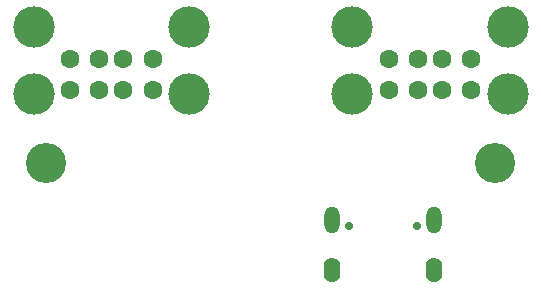
<source format=gbr>
%TF.GenerationSoftware,KiCad,Pcbnew,7.0.9-7.0.9~ubuntu22.04.1*%
%TF.CreationDate,2024-01-26T14:57:21+02:00*%
%TF.ProjectId,USB-NeoHUB_Rev_A,5553422d-4e65-46f4-9855-425f5265765f,A*%
%TF.SameCoordinates,PX5cfbb60PY69925e0*%
%TF.FileFunction,Soldermask,Bot*%
%TF.FilePolarity,Negative*%
%FSLAX46Y46*%
G04 Gerber Fmt 4.6, Leading zero omitted, Abs format (unit mm)*
G04 Created by KiCad (PCBNEW 7.0.9-7.0.9~ubuntu22.04.1) date 2024-01-26 14:57:21*
%MOMM*%
%LPD*%
G01*
G04 APERTURE LIST*
%ADD10C,3.401601*%
%ADD11C,3.501600*%
%ADD12C,1.601600*%
%ADD13C,0.701600*%
%ADD14O,1.301600X2.301600*%
%ADD15O,1.401600X2.101600*%
G04 APERTURE END LIST*
D10*
X42000000Y12200000D03*
D11*
X43070000Y18000000D03*
X43070000Y23700000D03*
X29930000Y18000000D03*
X29930000Y23700000D03*
D12*
X40000000Y18380000D03*
X37500000Y18380000D03*
X35500000Y18380000D03*
X33000000Y18380000D03*
X40000000Y21000000D03*
X37500000Y21000000D03*
X35500000Y21000000D03*
X33000000Y21000000D03*
D13*
X35390000Y6830000D03*
X29610000Y6830000D03*
D14*
X36820000Y7330000D03*
X28180000Y7330000D03*
D15*
X36820000Y3150000D03*
X28180000Y3150000D03*
D11*
X16070000Y18000000D03*
X16070000Y23700000D03*
X2930000Y18000000D03*
X2930000Y23700000D03*
D12*
X13000000Y18380000D03*
X10500000Y18380000D03*
X8500000Y18380000D03*
X6000000Y18380000D03*
X13000000Y21000000D03*
X10500000Y21000000D03*
X8500000Y21000000D03*
X6000000Y21000000D03*
D10*
X4000000Y12200000D03*
M02*

</source>
